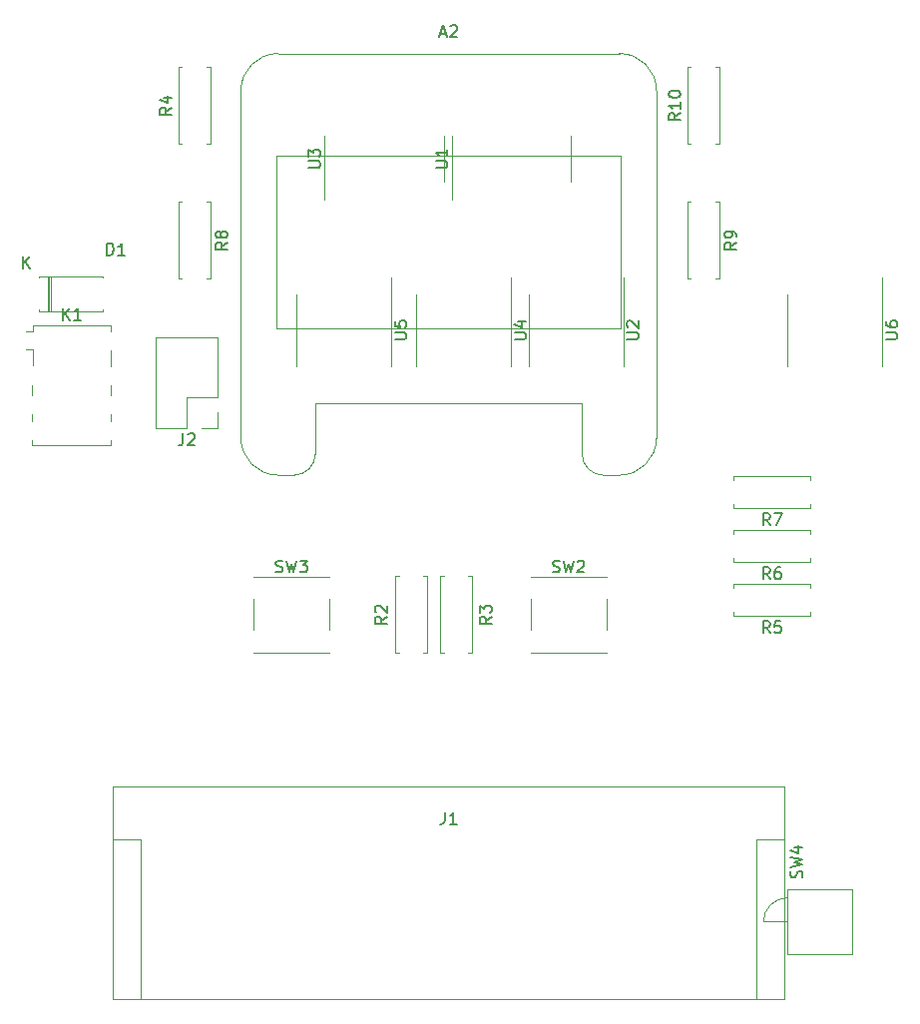
<source format=gbr>
%TF.GenerationSoftware,KiCad,Pcbnew,(5.1.7)-1*%
%TF.CreationDate,2021-08-17T05:12:29+02:00*%
%TF.ProjectId,dumper,64756d70-6572-42e6-9b69-6361645f7063,rev?*%
%TF.SameCoordinates,Original*%
%TF.FileFunction,Legend,Top*%
%TF.FilePolarity,Positive*%
%FSLAX46Y46*%
G04 Gerber Fmt 4.6, Leading zero omitted, Abs format (unit mm)*
G04 Created by KiCad (PCBNEW (5.1.7)-1) date 2021-08-17 05:12:29*
%MOMM*%
%LPD*%
G01*
G04 APERTURE LIST*
%ADD10C,0.120000*%
%ADD11C,0.150000*%
G04 APERTURE END LIST*
D10*
%TO.C,U6*%
X196371000Y-81280000D02*
X196371000Y-84330000D01*
X196371000Y-81280000D02*
X196371000Y-78230000D01*
X204441000Y-81280000D02*
X204441000Y-84330000D01*
X204441000Y-81280000D02*
X204441000Y-76830000D01*
%TO.C,A2*%
X154514000Y-93582000D02*
G75*
G03*
X156320000Y-91772000I-2000J1808000D01*
G01*
X153162000Y-93582000D02*
G75*
G02*
X150004000Y-90424000I0J3158000D01*
G01*
X150004000Y-60960000D02*
G75*
G02*
X153162000Y-57802000I3158000J0D01*
G01*
X185276000Y-60960000D02*
G75*
G03*
X182118000Y-57802000I-3158000J0D01*
G01*
X180766000Y-93582000D02*
G75*
G02*
X178960000Y-91772000I2000J1808000D01*
G01*
X182118000Y-93582000D02*
G75*
G03*
X185276000Y-90424000I0J3158000D01*
G01*
X153052000Y-81136000D02*
X182228000Y-81136000D01*
X180768000Y-93582000D02*
X182120000Y-93582000D01*
X156320000Y-87486000D02*
X178960000Y-87486000D01*
X185276000Y-60960000D02*
X185276000Y-90424000D01*
X178960000Y-87486000D02*
X178960000Y-91774000D01*
X182118000Y-57802000D02*
X153162000Y-57802000D01*
X150004000Y-60960000D02*
X150004000Y-90424000D01*
X154512000Y-93582000D02*
X153160000Y-93582000D01*
X156320000Y-87486000D02*
X156320000Y-91774000D01*
X153052000Y-66438000D02*
X153052000Y-81136000D01*
X182228000Y-66438000D02*
X182228000Y-81136000D01*
X153052000Y-66438000D02*
X182228000Y-66438000D01*
%TO.C,D1*%
X133632500Y-76706120D02*
X133632500Y-79646120D01*
X133872500Y-76706120D02*
X133872500Y-79646120D01*
X133752500Y-76706120D02*
X133752500Y-79646120D01*
X138292500Y-79646120D02*
X138292500Y-79516120D01*
X132852500Y-79646120D02*
X138292500Y-79646120D01*
X132852500Y-79516120D02*
X132852500Y-79646120D01*
X138292500Y-76706120D02*
X138292500Y-76836120D01*
X132852500Y-76706120D02*
X138292500Y-76706120D01*
X132852500Y-76836120D02*
X132852500Y-76706120D01*
%TO.C,J1*%
X141540000Y-124460000D02*
X139140000Y-124460000D01*
X141540000Y-124460000D02*
X141540000Y-138010000D01*
X193740000Y-124460000D02*
X193740000Y-138010000D01*
X196140000Y-124460000D02*
X193740000Y-124460000D01*
X196140000Y-120010000D02*
X196140000Y-124460000D01*
X196140000Y-120010000D02*
X196140000Y-138010000D01*
X139140000Y-120010000D02*
X196140000Y-120010000D01*
X139140000Y-138010000D02*
X139140000Y-120010000D01*
X196140000Y-138010000D02*
X139140000Y-138010000D01*
%TO.C,U5*%
X154715000Y-81280000D02*
X154715000Y-84330000D01*
X154715000Y-81280000D02*
X154715000Y-78230000D01*
X162785000Y-81280000D02*
X162785000Y-84330000D01*
X162785000Y-81280000D02*
X162785000Y-76830000D01*
%TO.C,U4*%
X164875000Y-81280000D02*
X164875000Y-84330000D01*
X164875000Y-81280000D02*
X164875000Y-78230000D01*
X172945000Y-81280000D02*
X172945000Y-84330000D01*
X172945000Y-81280000D02*
X172945000Y-76830000D01*
%TO.C,U3*%
X167236460Y-66738500D02*
X167236460Y-64788500D01*
X167236460Y-66738500D02*
X167236460Y-68688500D01*
X157116460Y-66738500D02*
X157116460Y-64788500D01*
X157116460Y-66738500D02*
X157116460Y-70238500D01*
%TO.C,U2*%
X174400000Y-81280000D02*
X174400000Y-84330000D01*
X174400000Y-81280000D02*
X174400000Y-78230000D01*
X182470000Y-81280000D02*
X182470000Y-84330000D01*
X182470000Y-81280000D02*
X182470000Y-76830000D01*
%TO.C,U1*%
X178031460Y-66738500D02*
X178031460Y-64788500D01*
X178031460Y-66738500D02*
X178031460Y-68688500D01*
X167911460Y-66738500D02*
X167911460Y-64788500D01*
X167911460Y-66738500D02*
X167911460Y-70238500D01*
%TO.C,SW4*%
X194350000Y-131445000D02*
G75*
G02*
X196350000Y-129445000I2000000J0D01*
G01*
X196350000Y-131445000D02*
X194350000Y-131445000D01*
X196350000Y-134195000D02*
X199100000Y-134195000D01*
X196350000Y-128695000D02*
X196350000Y-134195000D01*
X201850000Y-128695000D02*
X196350000Y-128695000D01*
X201850000Y-134195000D02*
X201850000Y-128695000D01*
X199100000Y-134195000D02*
X201850000Y-134195000D01*
%TO.C,SW3*%
X157535000Y-102180000D02*
X157535000Y-102210000D01*
X157535000Y-108640000D02*
X157535000Y-108610000D01*
X151075000Y-108640000D02*
X151075000Y-108610000D01*
X151075000Y-102210000D02*
X151075000Y-102180000D01*
X157535000Y-104110000D02*
X157535000Y-106710000D01*
X151075000Y-102180000D02*
X157535000Y-102180000D01*
X151075000Y-104110000D02*
X151075000Y-106710000D01*
X151075000Y-108640000D02*
X157535000Y-108640000D01*
%TO.C,SW2*%
X181030000Y-102180000D02*
X181030000Y-102210000D01*
X181030000Y-108640000D02*
X181030000Y-108610000D01*
X174570000Y-108640000D02*
X174570000Y-108610000D01*
X174570000Y-102210000D02*
X174570000Y-102180000D01*
X181030000Y-104110000D02*
X181030000Y-106710000D01*
X174570000Y-102180000D02*
X181030000Y-102180000D01*
X174570000Y-104110000D02*
X174570000Y-106710000D01*
X174570000Y-108640000D02*
X181030000Y-108640000D01*
%TO.C,R10*%
X188190000Y-65500000D02*
X187860000Y-65500000D01*
X187860000Y-65500000D02*
X187860000Y-58960000D01*
X187860000Y-58960000D02*
X188190000Y-58960000D01*
X190270000Y-65500000D02*
X190600000Y-65500000D01*
X190600000Y-65500000D02*
X190600000Y-58960000D01*
X190600000Y-58960000D02*
X190270000Y-58960000D01*
%TO.C,R9*%
X190270000Y-70390000D02*
X190600000Y-70390000D01*
X190600000Y-70390000D02*
X190600000Y-76930000D01*
X190600000Y-76930000D02*
X190270000Y-76930000D01*
X188190000Y-70390000D02*
X187860000Y-70390000D01*
X187860000Y-70390000D02*
X187860000Y-76930000D01*
X187860000Y-76930000D02*
X188190000Y-76930000D01*
%TO.C,R8*%
X147090000Y-70390000D02*
X147420000Y-70390000D01*
X147420000Y-70390000D02*
X147420000Y-76930000D01*
X147420000Y-76930000D02*
X147090000Y-76930000D01*
X145010000Y-70390000D02*
X144680000Y-70390000D01*
X144680000Y-70390000D02*
X144680000Y-76930000D01*
X144680000Y-76930000D02*
X145010000Y-76930000D01*
%TO.C,R7*%
X191802000Y-93626000D02*
X191802000Y-93956000D01*
X198342000Y-93626000D02*
X191802000Y-93626000D01*
X198342000Y-93956000D02*
X198342000Y-93626000D01*
X191802000Y-96366000D02*
X191802000Y-96036000D01*
X198342000Y-96366000D02*
X191802000Y-96366000D01*
X198342000Y-96036000D02*
X198342000Y-96366000D01*
%TO.C,R6*%
X191802000Y-98198000D02*
X191802000Y-98528000D01*
X198342000Y-98198000D02*
X191802000Y-98198000D01*
X198342000Y-98528000D02*
X198342000Y-98198000D01*
X191802000Y-100938000D02*
X191802000Y-100608000D01*
X198342000Y-100938000D02*
X191802000Y-100938000D01*
X198342000Y-100608000D02*
X198342000Y-100938000D01*
%TO.C,R5*%
X191802000Y-102770000D02*
X191802000Y-103100000D01*
X198342000Y-102770000D02*
X191802000Y-102770000D01*
X198342000Y-103100000D02*
X198342000Y-102770000D01*
X191802000Y-105510000D02*
X191802000Y-105180000D01*
X198342000Y-105510000D02*
X191802000Y-105510000D01*
X198342000Y-105180000D02*
X198342000Y-105510000D01*
%TO.C,R4*%
X145010000Y-65500000D02*
X144680000Y-65500000D01*
X144680000Y-65500000D02*
X144680000Y-58960000D01*
X144680000Y-58960000D02*
X145010000Y-58960000D01*
X147090000Y-65500000D02*
X147420000Y-65500000D01*
X147420000Y-65500000D02*
X147420000Y-58960000D01*
X147420000Y-58960000D02*
X147090000Y-58960000D01*
%TO.C,R3*%
X165505000Y-102140000D02*
X165835000Y-102140000D01*
X165835000Y-102140000D02*
X165835000Y-108680000D01*
X165835000Y-108680000D02*
X165505000Y-108680000D01*
X163425000Y-102140000D02*
X163095000Y-102140000D01*
X163095000Y-102140000D02*
X163095000Y-108680000D01*
X163095000Y-108680000D02*
X163425000Y-108680000D01*
%TO.C,R2*%
X167235000Y-108680000D02*
X166905000Y-108680000D01*
X166905000Y-108680000D02*
X166905000Y-102140000D01*
X166905000Y-102140000D02*
X167235000Y-102140000D01*
X169315000Y-108680000D02*
X169645000Y-108680000D01*
X169645000Y-108680000D02*
X169645000Y-102140000D01*
X169645000Y-102140000D02*
X169315000Y-102140000D01*
%TO.C,K1*%
X132330920Y-82878840D02*
X131730920Y-82878840D01*
X132330920Y-81378840D02*
X131730920Y-81378840D01*
X132330920Y-80878840D02*
X132330920Y-81378840D01*
X132330920Y-84278840D02*
X132330920Y-82878840D01*
X132290920Y-86768840D02*
X132290920Y-85968840D01*
X132290920Y-88968840D02*
X132290920Y-88368840D01*
X132290920Y-91068840D02*
X132290920Y-90568840D01*
X138990920Y-91068840D02*
X132290920Y-91068840D01*
X138990920Y-90568840D02*
X138990920Y-91068840D01*
X138990920Y-88368840D02*
X138990920Y-88968840D01*
X138990920Y-85968840D02*
X138990920Y-86768840D01*
X138990920Y-82968840D02*
X138990920Y-84368840D01*
X138990920Y-80868840D02*
X138990920Y-81368840D01*
X132330920Y-80878840D02*
X138990920Y-80868840D01*
%TO.C,J2*%
X148015000Y-81855000D02*
X142815000Y-81855000D01*
X148015000Y-86995000D02*
X148015000Y-81855000D01*
X142815000Y-89595000D02*
X142815000Y-81855000D01*
X148015000Y-86995000D02*
X145415000Y-86995000D01*
X145415000Y-86995000D02*
X145415000Y-89595000D01*
X145415000Y-89595000D02*
X142815000Y-89595000D01*
X148015000Y-88265000D02*
X148015000Y-89595000D01*
X148015000Y-89595000D02*
X146685000Y-89595000D01*
%TO.C,U6*%
D11*
X204708380Y-82041904D02*
X205517904Y-82041904D01*
X205613142Y-81994285D01*
X205660761Y-81946666D01*
X205708380Y-81851428D01*
X205708380Y-81660952D01*
X205660761Y-81565714D01*
X205613142Y-81518095D01*
X205517904Y-81470476D01*
X204708380Y-81470476D01*
X204708380Y-80565714D02*
X204708380Y-80756190D01*
X204756000Y-80851428D01*
X204803619Y-80899047D01*
X204946476Y-80994285D01*
X205136952Y-81041904D01*
X205517904Y-81041904D01*
X205613142Y-80994285D01*
X205660761Y-80946666D01*
X205708380Y-80851428D01*
X205708380Y-80660952D01*
X205660761Y-80565714D01*
X205613142Y-80518095D01*
X205517904Y-80470476D01*
X205279809Y-80470476D01*
X205184571Y-80518095D01*
X205136952Y-80565714D01*
X205089333Y-80660952D01*
X205089333Y-80851428D01*
X205136952Y-80946666D01*
X205184571Y-80994285D01*
X205279809Y-81041904D01*
%TO.C,A2*%
X166925714Y-56126666D02*
X167401904Y-56126666D01*
X166830476Y-56412380D02*
X167163809Y-55412380D01*
X167497142Y-56412380D01*
X167782857Y-55507619D02*
X167830476Y-55460000D01*
X167925714Y-55412380D01*
X168163809Y-55412380D01*
X168259047Y-55460000D01*
X168306666Y-55507619D01*
X168354285Y-55602857D01*
X168354285Y-55698095D01*
X168306666Y-55840952D01*
X167735238Y-56412380D01*
X168354285Y-56412380D01*
%TO.C,D1*%
X138644404Y-74908500D02*
X138644404Y-73908500D01*
X138882500Y-73908500D01*
X139025357Y-73956120D01*
X139120595Y-74051358D01*
X139168214Y-74146596D01*
X139215833Y-74337072D01*
X139215833Y-74479929D01*
X139168214Y-74670405D01*
X139120595Y-74765643D01*
X139025357Y-74860881D01*
X138882500Y-74908500D01*
X138644404Y-74908500D01*
X140168214Y-74908500D02*
X139596785Y-74908500D01*
X139882500Y-74908500D02*
X139882500Y-73908500D01*
X139787261Y-74051358D01*
X139692023Y-74146596D01*
X139596785Y-74194215D01*
X131500595Y-76028500D02*
X131500595Y-75028500D01*
X132072023Y-76028500D02*
X131643452Y-75457072D01*
X132072023Y-75028500D02*
X131500595Y-75599929D01*
%TO.C,J1*%
X167306666Y-122185180D02*
X167306666Y-122899466D01*
X167259047Y-123042323D01*
X167163809Y-123137561D01*
X167020952Y-123185180D01*
X166925714Y-123185180D01*
X168306666Y-123185180D02*
X167735238Y-123185180D01*
X168020952Y-123185180D02*
X168020952Y-122185180D01*
X167925714Y-122328038D01*
X167830476Y-122423276D01*
X167735238Y-122470895D01*
%TO.C,U5*%
X163052380Y-82041904D02*
X163861904Y-82041904D01*
X163957142Y-81994285D01*
X164004761Y-81946666D01*
X164052380Y-81851428D01*
X164052380Y-81660952D01*
X164004761Y-81565714D01*
X163957142Y-81518095D01*
X163861904Y-81470476D01*
X163052380Y-81470476D01*
X163052380Y-80518095D02*
X163052380Y-80994285D01*
X163528571Y-81041904D01*
X163480952Y-80994285D01*
X163433333Y-80899047D01*
X163433333Y-80660952D01*
X163480952Y-80565714D01*
X163528571Y-80518095D01*
X163623809Y-80470476D01*
X163861904Y-80470476D01*
X163957142Y-80518095D01*
X164004761Y-80565714D01*
X164052380Y-80660952D01*
X164052380Y-80899047D01*
X164004761Y-80994285D01*
X163957142Y-81041904D01*
%TO.C,U4*%
X173212380Y-82041904D02*
X174021904Y-82041904D01*
X174117142Y-81994285D01*
X174164761Y-81946666D01*
X174212380Y-81851428D01*
X174212380Y-81660952D01*
X174164761Y-81565714D01*
X174117142Y-81518095D01*
X174021904Y-81470476D01*
X173212380Y-81470476D01*
X173545714Y-80565714D02*
X174212380Y-80565714D01*
X173164761Y-80803809D02*
X173879047Y-81041904D01*
X173879047Y-80422857D01*
%TO.C,U3*%
X155728840Y-67500404D02*
X156538364Y-67500404D01*
X156633602Y-67452785D01*
X156681221Y-67405166D01*
X156728840Y-67309928D01*
X156728840Y-67119452D01*
X156681221Y-67024214D01*
X156633602Y-66976595D01*
X156538364Y-66928976D01*
X155728840Y-66928976D01*
X155728840Y-66548023D02*
X155728840Y-65928976D01*
X156109793Y-66262309D01*
X156109793Y-66119452D01*
X156157412Y-66024214D01*
X156205031Y-65976595D01*
X156300269Y-65928976D01*
X156538364Y-65928976D01*
X156633602Y-65976595D01*
X156681221Y-66024214D01*
X156728840Y-66119452D01*
X156728840Y-66405166D01*
X156681221Y-66500404D01*
X156633602Y-66548023D01*
%TO.C,U2*%
X182737380Y-82041904D02*
X183546904Y-82041904D01*
X183642142Y-81994285D01*
X183689761Y-81946666D01*
X183737380Y-81851428D01*
X183737380Y-81660952D01*
X183689761Y-81565714D01*
X183642142Y-81518095D01*
X183546904Y-81470476D01*
X182737380Y-81470476D01*
X182832619Y-81041904D02*
X182785000Y-80994285D01*
X182737380Y-80899047D01*
X182737380Y-80660952D01*
X182785000Y-80565714D01*
X182832619Y-80518095D01*
X182927857Y-80470476D01*
X183023095Y-80470476D01*
X183165952Y-80518095D01*
X183737380Y-81089523D01*
X183737380Y-80470476D01*
%TO.C,U1*%
X166523840Y-67500404D02*
X167333364Y-67500404D01*
X167428602Y-67452785D01*
X167476221Y-67405166D01*
X167523840Y-67309928D01*
X167523840Y-67119452D01*
X167476221Y-67024214D01*
X167428602Y-66976595D01*
X167333364Y-66928976D01*
X166523840Y-66928976D01*
X167523840Y-65928976D02*
X167523840Y-66500404D01*
X167523840Y-66214690D02*
X166523840Y-66214690D01*
X166666698Y-66309928D01*
X166761936Y-66405166D01*
X166809555Y-66500404D01*
%TO.C,SW4*%
X197604761Y-127728333D02*
X197652380Y-127585476D01*
X197652380Y-127347380D01*
X197604761Y-127252142D01*
X197557142Y-127204523D01*
X197461904Y-127156904D01*
X197366666Y-127156904D01*
X197271428Y-127204523D01*
X197223809Y-127252142D01*
X197176190Y-127347380D01*
X197128571Y-127537857D01*
X197080952Y-127633095D01*
X197033333Y-127680714D01*
X196938095Y-127728333D01*
X196842857Y-127728333D01*
X196747619Y-127680714D01*
X196700000Y-127633095D01*
X196652380Y-127537857D01*
X196652380Y-127299761D01*
X196700000Y-127156904D01*
X196652380Y-126823571D02*
X197652380Y-126585476D01*
X196938095Y-126395000D01*
X197652380Y-126204523D01*
X196652380Y-125966428D01*
X196985714Y-125156904D02*
X197652380Y-125156904D01*
X196604761Y-125395000D02*
X197319047Y-125633095D01*
X197319047Y-125014047D01*
%TO.C,SW3*%
X152971666Y-101764761D02*
X153114523Y-101812380D01*
X153352619Y-101812380D01*
X153447857Y-101764761D01*
X153495476Y-101717142D01*
X153543095Y-101621904D01*
X153543095Y-101526666D01*
X153495476Y-101431428D01*
X153447857Y-101383809D01*
X153352619Y-101336190D01*
X153162142Y-101288571D01*
X153066904Y-101240952D01*
X153019285Y-101193333D01*
X152971666Y-101098095D01*
X152971666Y-101002857D01*
X153019285Y-100907619D01*
X153066904Y-100860000D01*
X153162142Y-100812380D01*
X153400238Y-100812380D01*
X153543095Y-100860000D01*
X153876428Y-100812380D02*
X154114523Y-101812380D01*
X154305000Y-101098095D01*
X154495476Y-101812380D01*
X154733571Y-100812380D01*
X155019285Y-100812380D02*
X155638333Y-100812380D01*
X155305000Y-101193333D01*
X155447857Y-101193333D01*
X155543095Y-101240952D01*
X155590714Y-101288571D01*
X155638333Y-101383809D01*
X155638333Y-101621904D01*
X155590714Y-101717142D01*
X155543095Y-101764761D01*
X155447857Y-101812380D01*
X155162142Y-101812380D01*
X155066904Y-101764761D01*
X155019285Y-101717142D01*
%TO.C,SW2*%
X176466666Y-101764761D02*
X176609523Y-101812380D01*
X176847619Y-101812380D01*
X176942857Y-101764761D01*
X176990476Y-101717142D01*
X177038095Y-101621904D01*
X177038095Y-101526666D01*
X176990476Y-101431428D01*
X176942857Y-101383809D01*
X176847619Y-101336190D01*
X176657142Y-101288571D01*
X176561904Y-101240952D01*
X176514285Y-101193333D01*
X176466666Y-101098095D01*
X176466666Y-101002857D01*
X176514285Y-100907619D01*
X176561904Y-100860000D01*
X176657142Y-100812380D01*
X176895238Y-100812380D01*
X177038095Y-100860000D01*
X177371428Y-100812380D02*
X177609523Y-101812380D01*
X177800000Y-101098095D01*
X177990476Y-101812380D01*
X178228571Y-100812380D01*
X178561904Y-100907619D02*
X178609523Y-100860000D01*
X178704761Y-100812380D01*
X178942857Y-100812380D01*
X179038095Y-100860000D01*
X179085714Y-100907619D01*
X179133333Y-101002857D01*
X179133333Y-101098095D01*
X179085714Y-101240952D01*
X178514285Y-101812380D01*
X179133333Y-101812380D01*
%TO.C,R10*%
X187312380Y-62872857D02*
X186836190Y-63206190D01*
X187312380Y-63444285D02*
X186312380Y-63444285D01*
X186312380Y-63063333D01*
X186360000Y-62968095D01*
X186407619Y-62920476D01*
X186502857Y-62872857D01*
X186645714Y-62872857D01*
X186740952Y-62920476D01*
X186788571Y-62968095D01*
X186836190Y-63063333D01*
X186836190Y-63444285D01*
X187312380Y-61920476D02*
X187312380Y-62491904D01*
X187312380Y-62206190D02*
X186312380Y-62206190D01*
X186455238Y-62301428D01*
X186550476Y-62396666D01*
X186598095Y-62491904D01*
X186312380Y-61301428D02*
X186312380Y-61206190D01*
X186360000Y-61110952D01*
X186407619Y-61063333D01*
X186502857Y-61015714D01*
X186693333Y-60968095D01*
X186931428Y-60968095D01*
X187121904Y-61015714D01*
X187217142Y-61063333D01*
X187264761Y-61110952D01*
X187312380Y-61206190D01*
X187312380Y-61301428D01*
X187264761Y-61396666D01*
X187217142Y-61444285D01*
X187121904Y-61491904D01*
X186931428Y-61539523D01*
X186693333Y-61539523D01*
X186502857Y-61491904D01*
X186407619Y-61444285D01*
X186360000Y-61396666D01*
X186312380Y-61301428D01*
%TO.C,R9*%
X192052380Y-73826666D02*
X191576190Y-74160000D01*
X192052380Y-74398095D02*
X191052380Y-74398095D01*
X191052380Y-74017142D01*
X191100000Y-73921904D01*
X191147619Y-73874285D01*
X191242857Y-73826666D01*
X191385714Y-73826666D01*
X191480952Y-73874285D01*
X191528571Y-73921904D01*
X191576190Y-74017142D01*
X191576190Y-74398095D01*
X192052380Y-73350476D02*
X192052380Y-73160000D01*
X192004761Y-73064761D01*
X191957142Y-73017142D01*
X191814285Y-72921904D01*
X191623809Y-72874285D01*
X191242857Y-72874285D01*
X191147619Y-72921904D01*
X191100000Y-72969523D01*
X191052380Y-73064761D01*
X191052380Y-73255238D01*
X191100000Y-73350476D01*
X191147619Y-73398095D01*
X191242857Y-73445714D01*
X191480952Y-73445714D01*
X191576190Y-73398095D01*
X191623809Y-73350476D01*
X191671428Y-73255238D01*
X191671428Y-73064761D01*
X191623809Y-72969523D01*
X191576190Y-72921904D01*
X191480952Y-72874285D01*
%TO.C,R8*%
X148872380Y-73826666D02*
X148396190Y-74160000D01*
X148872380Y-74398095D02*
X147872380Y-74398095D01*
X147872380Y-74017142D01*
X147920000Y-73921904D01*
X147967619Y-73874285D01*
X148062857Y-73826666D01*
X148205714Y-73826666D01*
X148300952Y-73874285D01*
X148348571Y-73921904D01*
X148396190Y-74017142D01*
X148396190Y-74398095D01*
X148300952Y-73255238D02*
X148253333Y-73350476D01*
X148205714Y-73398095D01*
X148110476Y-73445714D01*
X148062857Y-73445714D01*
X147967619Y-73398095D01*
X147920000Y-73350476D01*
X147872380Y-73255238D01*
X147872380Y-73064761D01*
X147920000Y-72969523D01*
X147967619Y-72921904D01*
X148062857Y-72874285D01*
X148110476Y-72874285D01*
X148205714Y-72921904D01*
X148253333Y-72969523D01*
X148300952Y-73064761D01*
X148300952Y-73255238D01*
X148348571Y-73350476D01*
X148396190Y-73398095D01*
X148491428Y-73445714D01*
X148681904Y-73445714D01*
X148777142Y-73398095D01*
X148824761Y-73350476D01*
X148872380Y-73255238D01*
X148872380Y-73064761D01*
X148824761Y-72969523D01*
X148777142Y-72921904D01*
X148681904Y-72874285D01*
X148491428Y-72874285D01*
X148396190Y-72921904D01*
X148348571Y-72969523D01*
X148300952Y-73064761D01*
%TO.C,R7*%
X194905333Y-97818380D02*
X194572000Y-97342190D01*
X194333904Y-97818380D02*
X194333904Y-96818380D01*
X194714857Y-96818380D01*
X194810095Y-96866000D01*
X194857714Y-96913619D01*
X194905333Y-97008857D01*
X194905333Y-97151714D01*
X194857714Y-97246952D01*
X194810095Y-97294571D01*
X194714857Y-97342190D01*
X194333904Y-97342190D01*
X195238666Y-96818380D02*
X195905333Y-96818380D01*
X195476761Y-97818380D01*
%TO.C,R6*%
X194905333Y-102390380D02*
X194572000Y-101914190D01*
X194333904Y-102390380D02*
X194333904Y-101390380D01*
X194714857Y-101390380D01*
X194810095Y-101438000D01*
X194857714Y-101485619D01*
X194905333Y-101580857D01*
X194905333Y-101723714D01*
X194857714Y-101818952D01*
X194810095Y-101866571D01*
X194714857Y-101914190D01*
X194333904Y-101914190D01*
X195762476Y-101390380D02*
X195572000Y-101390380D01*
X195476761Y-101438000D01*
X195429142Y-101485619D01*
X195333904Y-101628476D01*
X195286285Y-101818952D01*
X195286285Y-102199904D01*
X195333904Y-102295142D01*
X195381523Y-102342761D01*
X195476761Y-102390380D01*
X195667238Y-102390380D01*
X195762476Y-102342761D01*
X195810095Y-102295142D01*
X195857714Y-102199904D01*
X195857714Y-101961809D01*
X195810095Y-101866571D01*
X195762476Y-101818952D01*
X195667238Y-101771333D01*
X195476761Y-101771333D01*
X195381523Y-101818952D01*
X195333904Y-101866571D01*
X195286285Y-101961809D01*
%TO.C,R5*%
X194905333Y-106962380D02*
X194572000Y-106486190D01*
X194333904Y-106962380D02*
X194333904Y-105962380D01*
X194714857Y-105962380D01*
X194810095Y-106010000D01*
X194857714Y-106057619D01*
X194905333Y-106152857D01*
X194905333Y-106295714D01*
X194857714Y-106390952D01*
X194810095Y-106438571D01*
X194714857Y-106486190D01*
X194333904Y-106486190D01*
X195810095Y-105962380D02*
X195333904Y-105962380D01*
X195286285Y-106438571D01*
X195333904Y-106390952D01*
X195429142Y-106343333D01*
X195667238Y-106343333D01*
X195762476Y-106390952D01*
X195810095Y-106438571D01*
X195857714Y-106533809D01*
X195857714Y-106771904D01*
X195810095Y-106867142D01*
X195762476Y-106914761D01*
X195667238Y-106962380D01*
X195429142Y-106962380D01*
X195333904Y-106914761D01*
X195286285Y-106867142D01*
%TO.C,R4*%
X144132380Y-62396666D02*
X143656190Y-62730000D01*
X144132380Y-62968095D02*
X143132380Y-62968095D01*
X143132380Y-62587142D01*
X143180000Y-62491904D01*
X143227619Y-62444285D01*
X143322857Y-62396666D01*
X143465714Y-62396666D01*
X143560952Y-62444285D01*
X143608571Y-62491904D01*
X143656190Y-62587142D01*
X143656190Y-62968095D01*
X143465714Y-61539523D02*
X144132380Y-61539523D01*
X143084761Y-61777619D02*
X143799047Y-62015714D01*
X143799047Y-61396666D01*
%TO.C,R3*%
X171267380Y-105576666D02*
X170791190Y-105910000D01*
X171267380Y-106148095D02*
X170267380Y-106148095D01*
X170267380Y-105767142D01*
X170315000Y-105671904D01*
X170362619Y-105624285D01*
X170457857Y-105576666D01*
X170600714Y-105576666D01*
X170695952Y-105624285D01*
X170743571Y-105671904D01*
X170791190Y-105767142D01*
X170791190Y-106148095D01*
X170267380Y-105243333D02*
X170267380Y-104624285D01*
X170648333Y-104957619D01*
X170648333Y-104814761D01*
X170695952Y-104719523D01*
X170743571Y-104671904D01*
X170838809Y-104624285D01*
X171076904Y-104624285D01*
X171172142Y-104671904D01*
X171219761Y-104719523D01*
X171267380Y-104814761D01*
X171267380Y-105100476D01*
X171219761Y-105195714D01*
X171172142Y-105243333D01*
%TO.C,R2*%
X162377380Y-105576666D02*
X161901190Y-105910000D01*
X162377380Y-106148095D02*
X161377380Y-106148095D01*
X161377380Y-105767142D01*
X161425000Y-105671904D01*
X161472619Y-105624285D01*
X161567857Y-105576666D01*
X161710714Y-105576666D01*
X161805952Y-105624285D01*
X161853571Y-105671904D01*
X161901190Y-105767142D01*
X161901190Y-106148095D01*
X161472619Y-105195714D02*
X161425000Y-105148095D01*
X161377380Y-105052857D01*
X161377380Y-104814761D01*
X161425000Y-104719523D01*
X161472619Y-104671904D01*
X161567857Y-104624285D01*
X161663095Y-104624285D01*
X161805952Y-104671904D01*
X162377380Y-105243333D01*
X162377380Y-104624285D01*
%TO.C,K1*%
X134892824Y-80421220D02*
X134892824Y-79421220D01*
X135464253Y-80421220D02*
X135035681Y-79849792D01*
X135464253Y-79421220D02*
X134892824Y-79992649D01*
X136416634Y-80421220D02*
X135845205Y-80421220D01*
X136130920Y-80421220D02*
X136130920Y-79421220D01*
X136035681Y-79564078D01*
X135940443Y-79659316D01*
X135845205Y-79706935D01*
%TO.C,J2*%
X145081666Y-90047380D02*
X145081666Y-90761666D01*
X145034047Y-90904523D01*
X144938809Y-90999761D01*
X144795952Y-91047380D01*
X144700714Y-91047380D01*
X145510238Y-90142619D02*
X145557857Y-90095000D01*
X145653095Y-90047380D01*
X145891190Y-90047380D01*
X145986428Y-90095000D01*
X146034047Y-90142619D01*
X146081666Y-90237857D01*
X146081666Y-90333095D01*
X146034047Y-90475952D01*
X145462619Y-91047380D01*
X146081666Y-91047380D01*
%TD*%
M02*

</source>
